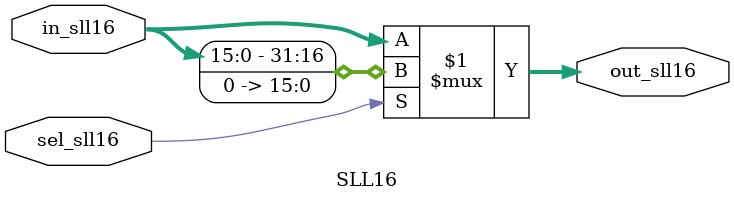
<source format=v>
module SLL16 (in_sll16, sel_sll16, out_sll16);
  input [31:0] in_sll16;
  input sel_sll16;
  output [31:0] out_sll16;
  
  assign out_sll16 = (sel_sll16) ? {in_sll16[15:0],16'b0} : in_sll16;
endmodule

</source>
